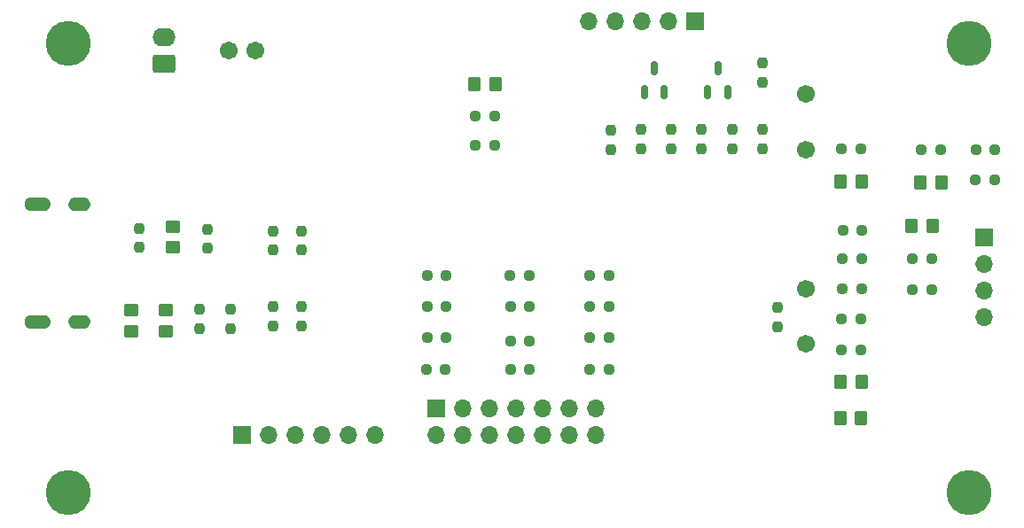
<source format=gbr>
%TF.GenerationSoftware,KiCad,Pcbnew,8.0.4*%
%TF.CreationDate,2024-10-15T03:37:40-05:00*%
%TF.ProjectId,FPP_10_8,4650505f-3130-45f3-982e-6b696361645f,rev?*%
%TF.SameCoordinates,Original*%
%TF.FileFunction,Soldermask,Bot*%
%TF.FilePolarity,Negative*%
%FSLAX46Y46*%
G04 Gerber Fmt 4.6, Leading zero omitted, Abs format (unit mm)*
G04 Created by KiCad (PCBNEW 8.0.4) date 2024-10-15 03:37:40*
%MOMM*%
%LPD*%
G01*
G04 APERTURE LIST*
G04 Aperture macros list*
%AMRoundRect*
0 Rectangle with rounded corners*
0 $1 Rounding radius*
0 $2 $3 $4 $5 $6 $7 $8 $9 X,Y pos of 4 corners*
0 Add a 4 corners polygon primitive as box body*
4,1,4,$2,$3,$4,$5,$6,$7,$8,$9,$2,$3,0*
0 Add four circle primitives for the rounded corners*
1,1,$1+$1,$2,$3*
1,1,$1+$1,$4,$5*
1,1,$1+$1,$6,$7*
1,1,$1+$1,$8,$9*
0 Add four rect primitives between the rounded corners*
20,1,$1+$1,$2,$3,$4,$5,0*
20,1,$1+$1,$4,$5,$6,$7,0*
20,1,$1+$1,$6,$7,$8,$9,0*
20,1,$1+$1,$8,$9,$2,$3,0*%
G04 Aperture macros list end*
%ADD10C,0.010000*%
%ADD11C,1.701800*%
%ADD12C,4.300000*%
%ADD13RoundRect,0.237500X-0.237500X0.250000X-0.237500X-0.250000X0.237500X-0.250000X0.237500X0.250000X0*%
%ADD14RoundRect,0.237500X0.237500X-0.250000X0.237500X0.250000X-0.237500X0.250000X-0.237500X-0.250000X0*%
%ADD15RoundRect,0.237500X-0.250000X-0.237500X0.250000X-0.237500X0.250000X0.237500X-0.250000X0.237500X0*%
%ADD16RoundRect,0.150000X0.150000X-0.512500X0.150000X0.512500X-0.150000X0.512500X-0.150000X-0.512500X0*%
%ADD17R,1.700000X1.700000*%
%ADD18O,1.700000X1.700000*%
%ADD19RoundRect,0.237500X0.250000X0.237500X-0.250000X0.237500X-0.250000X-0.237500X0.250000X-0.237500X0*%
%ADD20RoundRect,0.250000X0.350000X0.450000X-0.350000X0.450000X-0.350000X-0.450000X0.350000X-0.450000X0*%
%ADD21O,2.190000X1.740000*%
%ADD22RoundRect,0.250000X0.845000X-0.620000X0.845000X0.620000X-0.845000X0.620000X-0.845000X-0.620000X0*%
%ADD23C,1.712000*%
%ADD24RoundRect,0.250000X0.450000X-0.350000X0.450000X0.350000X-0.450000X0.350000X-0.450000X-0.350000X0*%
%ADD25RoundRect,0.250000X-0.350000X-0.450000X0.350000X-0.450000X0.350000X0.450000X-0.350000X0.450000X0*%
%ADD26RoundRect,0.250000X-0.450000X0.350000X-0.450000X-0.350000X0.450000X-0.350000X0.450000X0.350000X0*%
G04 APERTURE END LIST*
D10*
%TO.C,J2*%
X110245500Y-86183000D02*
X110307500Y-86193000D01*
X110367500Y-86209000D01*
X110426500Y-86232000D01*
X110482500Y-86260000D01*
X110535500Y-86295000D01*
X110583500Y-86334000D01*
X110628500Y-86379000D01*
X110667500Y-86427000D01*
X110702500Y-86480000D01*
X110730500Y-86536000D01*
X110753500Y-86595000D01*
X110769500Y-86655000D01*
X110779500Y-86717000D01*
X110782500Y-86780000D01*
X110779500Y-86843000D01*
X110769500Y-86905000D01*
X110753500Y-86965000D01*
X110730500Y-87024000D01*
X110702500Y-87080000D01*
X110667500Y-87133000D01*
X110628500Y-87181000D01*
X110583500Y-87226000D01*
X110535500Y-87265000D01*
X110482500Y-87300000D01*
X110426500Y-87328000D01*
X110367500Y-87351000D01*
X110307500Y-87367000D01*
X110245500Y-87377000D01*
X110182500Y-87380000D01*
X109382500Y-87380000D01*
X109319500Y-87377000D01*
X109257500Y-87367000D01*
X109197500Y-87351000D01*
X109138500Y-87328000D01*
X109082500Y-87300000D01*
X109029500Y-87265000D01*
X108981500Y-87226000D01*
X108936500Y-87181000D01*
X108897500Y-87133000D01*
X108862500Y-87080000D01*
X108834500Y-87024000D01*
X108811500Y-86965000D01*
X108795500Y-86905000D01*
X108785500Y-86843000D01*
X108782500Y-86780000D01*
X108785500Y-86717000D01*
X108795500Y-86655000D01*
X108811500Y-86595000D01*
X108834500Y-86536000D01*
X108862500Y-86480000D01*
X108897500Y-86427000D01*
X108936500Y-86379000D01*
X108981500Y-86334000D01*
X109029500Y-86295000D01*
X109082500Y-86260000D01*
X109138500Y-86232000D01*
X109197500Y-86209000D01*
X109257500Y-86193000D01*
X109319500Y-86183000D01*
X109382500Y-86180000D01*
X110182500Y-86180000D01*
X110245500Y-86183000D01*
G36*
X110245500Y-86183000D02*
G01*
X110307500Y-86193000D01*
X110367500Y-86209000D01*
X110426500Y-86232000D01*
X110482500Y-86260000D01*
X110535500Y-86295000D01*
X110583500Y-86334000D01*
X110628500Y-86379000D01*
X110667500Y-86427000D01*
X110702500Y-86480000D01*
X110730500Y-86536000D01*
X110753500Y-86595000D01*
X110769500Y-86655000D01*
X110779500Y-86717000D01*
X110782500Y-86780000D01*
X110779500Y-86843000D01*
X110769500Y-86905000D01*
X110753500Y-86965000D01*
X110730500Y-87024000D01*
X110702500Y-87080000D01*
X110667500Y-87133000D01*
X110628500Y-87181000D01*
X110583500Y-87226000D01*
X110535500Y-87265000D01*
X110482500Y-87300000D01*
X110426500Y-87328000D01*
X110367500Y-87351000D01*
X110307500Y-87367000D01*
X110245500Y-87377000D01*
X110182500Y-87380000D01*
X109382500Y-87380000D01*
X109319500Y-87377000D01*
X109257500Y-87367000D01*
X109197500Y-87351000D01*
X109138500Y-87328000D01*
X109082500Y-87300000D01*
X109029500Y-87265000D01*
X108981500Y-87226000D01*
X108936500Y-87181000D01*
X108897500Y-87133000D01*
X108862500Y-87080000D01*
X108834500Y-87024000D01*
X108811500Y-86965000D01*
X108795500Y-86905000D01*
X108785500Y-86843000D01*
X108782500Y-86780000D01*
X108785500Y-86717000D01*
X108795500Y-86655000D01*
X108811500Y-86595000D01*
X108834500Y-86536000D01*
X108862500Y-86480000D01*
X108897500Y-86427000D01*
X108936500Y-86379000D01*
X108981500Y-86334000D01*
X109029500Y-86295000D01*
X109082500Y-86260000D01*
X109138500Y-86232000D01*
X109197500Y-86209000D01*
X109257500Y-86193000D01*
X109319500Y-86183000D01*
X109382500Y-86180000D01*
X110182500Y-86180000D01*
X110245500Y-86183000D01*
G37*
X106445500Y-86183000D02*
X106507500Y-86193000D01*
X106567500Y-86209000D01*
X106626500Y-86232000D01*
X106682500Y-86260000D01*
X106735500Y-86295000D01*
X106783500Y-86334000D01*
X106828500Y-86379000D01*
X106867500Y-86427000D01*
X106902500Y-86480000D01*
X106930500Y-86536000D01*
X106953500Y-86595000D01*
X106969500Y-86655000D01*
X106979500Y-86717000D01*
X106982500Y-86780000D01*
X106979500Y-86843000D01*
X106969500Y-86905000D01*
X106953500Y-86965000D01*
X106930500Y-87024000D01*
X106902500Y-87080000D01*
X106867500Y-87133000D01*
X106828500Y-87181000D01*
X106783500Y-87226000D01*
X106735500Y-87265000D01*
X106682500Y-87300000D01*
X106626500Y-87328000D01*
X106567500Y-87351000D01*
X106507500Y-87367000D01*
X106445500Y-87377000D01*
X106382500Y-87380000D01*
X105182500Y-87380000D01*
X105119500Y-87377000D01*
X105057500Y-87367000D01*
X104997500Y-87351000D01*
X104938500Y-87328000D01*
X104882500Y-87300000D01*
X104829500Y-87265000D01*
X104781500Y-87226000D01*
X104736500Y-87181000D01*
X104697500Y-87133000D01*
X104662500Y-87080000D01*
X104634500Y-87024000D01*
X104611500Y-86965000D01*
X104595500Y-86905000D01*
X104585500Y-86843000D01*
X104582500Y-86780000D01*
X104585500Y-86717000D01*
X104595500Y-86655000D01*
X104611500Y-86595000D01*
X104634500Y-86536000D01*
X104662500Y-86480000D01*
X104697500Y-86427000D01*
X104736500Y-86379000D01*
X104781500Y-86334000D01*
X104829500Y-86295000D01*
X104882500Y-86260000D01*
X104938500Y-86232000D01*
X104997500Y-86209000D01*
X105057500Y-86193000D01*
X105119500Y-86183000D01*
X105182500Y-86180000D01*
X106382500Y-86180000D01*
X106445500Y-86183000D01*
G36*
X106445500Y-86183000D02*
G01*
X106507500Y-86193000D01*
X106567500Y-86209000D01*
X106626500Y-86232000D01*
X106682500Y-86260000D01*
X106735500Y-86295000D01*
X106783500Y-86334000D01*
X106828500Y-86379000D01*
X106867500Y-86427000D01*
X106902500Y-86480000D01*
X106930500Y-86536000D01*
X106953500Y-86595000D01*
X106969500Y-86655000D01*
X106979500Y-86717000D01*
X106982500Y-86780000D01*
X106979500Y-86843000D01*
X106969500Y-86905000D01*
X106953500Y-86965000D01*
X106930500Y-87024000D01*
X106902500Y-87080000D01*
X106867500Y-87133000D01*
X106828500Y-87181000D01*
X106783500Y-87226000D01*
X106735500Y-87265000D01*
X106682500Y-87300000D01*
X106626500Y-87328000D01*
X106567500Y-87351000D01*
X106507500Y-87367000D01*
X106445500Y-87377000D01*
X106382500Y-87380000D01*
X105182500Y-87380000D01*
X105119500Y-87377000D01*
X105057500Y-87367000D01*
X104997500Y-87351000D01*
X104938500Y-87328000D01*
X104882500Y-87300000D01*
X104829500Y-87265000D01*
X104781500Y-87226000D01*
X104736500Y-87181000D01*
X104697500Y-87133000D01*
X104662500Y-87080000D01*
X104634500Y-87024000D01*
X104611500Y-86965000D01*
X104595500Y-86905000D01*
X104585500Y-86843000D01*
X104582500Y-86780000D01*
X104585500Y-86717000D01*
X104595500Y-86655000D01*
X104611500Y-86595000D01*
X104634500Y-86536000D01*
X104662500Y-86480000D01*
X104697500Y-86427000D01*
X104736500Y-86379000D01*
X104781500Y-86334000D01*
X104829500Y-86295000D01*
X104882500Y-86260000D01*
X104938500Y-86232000D01*
X104997500Y-86209000D01*
X105057500Y-86193000D01*
X105119500Y-86183000D01*
X105182500Y-86180000D01*
X106382500Y-86180000D01*
X106445500Y-86183000D01*
G37*
X110245500Y-97423000D02*
X110307500Y-97433000D01*
X110367500Y-97449000D01*
X110426500Y-97472000D01*
X110482500Y-97500000D01*
X110535500Y-97535000D01*
X110583500Y-97574000D01*
X110628500Y-97619000D01*
X110667500Y-97667000D01*
X110702500Y-97720000D01*
X110730500Y-97776000D01*
X110753500Y-97835000D01*
X110769500Y-97895000D01*
X110779500Y-97957000D01*
X110782500Y-98020000D01*
X110779500Y-98083000D01*
X110769500Y-98145000D01*
X110753500Y-98205000D01*
X110730500Y-98264000D01*
X110702500Y-98320000D01*
X110667500Y-98373000D01*
X110628500Y-98421000D01*
X110583500Y-98466000D01*
X110535500Y-98505000D01*
X110482500Y-98540000D01*
X110426500Y-98568000D01*
X110367500Y-98591000D01*
X110307500Y-98607000D01*
X110245500Y-98617000D01*
X110182500Y-98620000D01*
X109382500Y-98620000D01*
X109319500Y-98617000D01*
X109257500Y-98607000D01*
X109197500Y-98591000D01*
X109138500Y-98568000D01*
X109082500Y-98540000D01*
X109029500Y-98505000D01*
X108981500Y-98466000D01*
X108936500Y-98421000D01*
X108897500Y-98373000D01*
X108862500Y-98320000D01*
X108834500Y-98264000D01*
X108811500Y-98205000D01*
X108795500Y-98145000D01*
X108785500Y-98083000D01*
X108782500Y-98020000D01*
X108785500Y-97957000D01*
X108795500Y-97895000D01*
X108811500Y-97835000D01*
X108834500Y-97776000D01*
X108862500Y-97720000D01*
X108897500Y-97667000D01*
X108936500Y-97619000D01*
X108981500Y-97574000D01*
X109029500Y-97535000D01*
X109082500Y-97500000D01*
X109138500Y-97472000D01*
X109197500Y-97449000D01*
X109257500Y-97433000D01*
X109319500Y-97423000D01*
X109382500Y-97420000D01*
X110182500Y-97420000D01*
X110245500Y-97423000D01*
G36*
X110245500Y-97423000D02*
G01*
X110307500Y-97433000D01*
X110367500Y-97449000D01*
X110426500Y-97472000D01*
X110482500Y-97500000D01*
X110535500Y-97535000D01*
X110583500Y-97574000D01*
X110628500Y-97619000D01*
X110667500Y-97667000D01*
X110702500Y-97720000D01*
X110730500Y-97776000D01*
X110753500Y-97835000D01*
X110769500Y-97895000D01*
X110779500Y-97957000D01*
X110782500Y-98020000D01*
X110779500Y-98083000D01*
X110769500Y-98145000D01*
X110753500Y-98205000D01*
X110730500Y-98264000D01*
X110702500Y-98320000D01*
X110667500Y-98373000D01*
X110628500Y-98421000D01*
X110583500Y-98466000D01*
X110535500Y-98505000D01*
X110482500Y-98540000D01*
X110426500Y-98568000D01*
X110367500Y-98591000D01*
X110307500Y-98607000D01*
X110245500Y-98617000D01*
X110182500Y-98620000D01*
X109382500Y-98620000D01*
X109319500Y-98617000D01*
X109257500Y-98607000D01*
X109197500Y-98591000D01*
X109138500Y-98568000D01*
X109082500Y-98540000D01*
X109029500Y-98505000D01*
X108981500Y-98466000D01*
X108936500Y-98421000D01*
X108897500Y-98373000D01*
X108862500Y-98320000D01*
X108834500Y-98264000D01*
X108811500Y-98205000D01*
X108795500Y-98145000D01*
X108785500Y-98083000D01*
X108782500Y-98020000D01*
X108785500Y-97957000D01*
X108795500Y-97895000D01*
X108811500Y-97835000D01*
X108834500Y-97776000D01*
X108862500Y-97720000D01*
X108897500Y-97667000D01*
X108936500Y-97619000D01*
X108981500Y-97574000D01*
X109029500Y-97535000D01*
X109082500Y-97500000D01*
X109138500Y-97472000D01*
X109197500Y-97449000D01*
X109257500Y-97433000D01*
X109319500Y-97423000D01*
X109382500Y-97420000D01*
X110182500Y-97420000D01*
X110245500Y-97423000D01*
G37*
X106445500Y-97423000D02*
X106507500Y-97433000D01*
X106567500Y-97449000D01*
X106626500Y-97472000D01*
X106682500Y-97500000D01*
X106735500Y-97535000D01*
X106783500Y-97574000D01*
X106828500Y-97619000D01*
X106867500Y-97667000D01*
X106902500Y-97720000D01*
X106930500Y-97776000D01*
X106953500Y-97835000D01*
X106969500Y-97895000D01*
X106979500Y-97957000D01*
X106982500Y-98020000D01*
X106979500Y-98083000D01*
X106969500Y-98145000D01*
X106953500Y-98205000D01*
X106930500Y-98264000D01*
X106902500Y-98320000D01*
X106867500Y-98373000D01*
X106828500Y-98421000D01*
X106783500Y-98466000D01*
X106735500Y-98505000D01*
X106682500Y-98540000D01*
X106626500Y-98568000D01*
X106567500Y-98591000D01*
X106507500Y-98607000D01*
X106445500Y-98617000D01*
X106382500Y-98620000D01*
X105182500Y-98620000D01*
X105119500Y-98617000D01*
X105057500Y-98607000D01*
X104997500Y-98591000D01*
X104938500Y-98568000D01*
X104882500Y-98540000D01*
X104829500Y-98505000D01*
X104781500Y-98466000D01*
X104736500Y-98421000D01*
X104697500Y-98373000D01*
X104662500Y-98320000D01*
X104634500Y-98264000D01*
X104611500Y-98205000D01*
X104595500Y-98145000D01*
X104585500Y-98083000D01*
X104582500Y-98020000D01*
X104585500Y-97957000D01*
X104595500Y-97895000D01*
X104611500Y-97835000D01*
X104634500Y-97776000D01*
X104662500Y-97720000D01*
X104697500Y-97667000D01*
X104736500Y-97619000D01*
X104781500Y-97574000D01*
X104829500Y-97535000D01*
X104882500Y-97500000D01*
X104938500Y-97472000D01*
X104997500Y-97449000D01*
X105057500Y-97433000D01*
X105119500Y-97423000D01*
X105182500Y-97420000D01*
X106382500Y-97420000D01*
X106445500Y-97423000D01*
G36*
X106445500Y-97423000D02*
G01*
X106507500Y-97433000D01*
X106567500Y-97449000D01*
X106626500Y-97472000D01*
X106682500Y-97500000D01*
X106735500Y-97535000D01*
X106783500Y-97574000D01*
X106828500Y-97619000D01*
X106867500Y-97667000D01*
X106902500Y-97720000D01*
X106930500Y-97776000D01*
X106953500Y-97835000D01*
X106969500Y-97895000D01*
X106979500Y-97957000D01*
X106982500Y-98020000D01*
X106979500Y-98083000D01*
X106969500Y-98145000D01*
X106953500Y-98205000D01*
X106930500Y-98264000D01*
X106902500Y-98320000D01*
X106867500Y-98373000D01*
X106828500Y-98421000D01*
X106783500Y-98466000D01*
X106735500Y-98505000D01*
X106682500Y-98540000D01*
X106626500Y-98568000D01*
X106567500Y-98591000D01*
X106507500Y-98607000D01*
X106445500Y-98617000D01*
X106382500Y-98620000D01*
X105182500Y-98620000D01*
X105119500Y-98617000D01*
X105057500Y-98607000D01*
X104997500Y-98591000D01*
X104938500Y-98568000D01*
X104882500Y-98540000D01*
X104829500Y-98505000D01*
X104781500Y-98466000D01*
X104736500Y-98421000D01*
X104697500Y-98373000D01*
X104662500Y-98320000D01*
X104634500Y-98264000D01*
X104611500Y-98205000D01*
X104595500Y-98145000D01*
X104585500Y-98083000D01*
X104582500Y-98020000D01*
X104585500Y-97957000D01*
X104595500Y-97895000D01*
X104611500Y-97835000D01*
X104634500Y-97776000D01*
X104662500Y-97720000D01*
X104697500Y-97667000D01*
X104736500Y-97619000D01*
X104781500Y-97574000D01*
X104829500Y-97535000D01*
X104882500Y-97500000D01*
X104938500Y-97472000D01*
X104997500Y-97449000D01*
X105057500Y-97433000D01*
X105119500Y-97423000D01*
X105182500Y-97420000D01*
X106382500Y-97420000D01*
X106445500Y-97423000D01*
G37*
%TD*%
D11*
%TO.C,SW2*%
X179200000Y-76300000D03*
X179200000Y-81600000D03*
%TD*%
%TO.C,SW3*%
X179200000Y-94850000D03*
X179200000Y-100150000D03*
%TD*%
D12*
%TO.C,H4*%
X108750000Y-71400000D03*
%TD*%
%TO.C,H3*%
X194750000Y-114400000D03*
%TD*%
%TO.C,H2*%
X194750000Y-71400000D03*
%TD*%
%TO.C,H1*%
X108750000Y-114400000D03*
%TD*%
D13*
%TO.C,R31*%
X172150000Y-79687500D03*
X172150000Y-81512500D03*
%TD*%
%TO.C,R30*%
X163500000Y-79687500D03*
X163500000Y-81512500D03*
%TD*%
D14*
%TO.C,R29*%
X169250000Y-81512500D03*
X169250000Y-79687500D03*
%TD*%
D13*
%TO.C,R28*%
X166350000Y-79687500D03*
X166350000Y-81512500D03*
%TD*%
D15*
%TO.C,R26*%
X147625000Y-81150000D03*
X149450000Y-81150000D03*
%TD*%
D14*
%TO.C,R25*%
X160600000Y-81562500D03*
X160600000Y-79737500D03*
%TD*%
%TO.C,R24*%
X175050000Y-81512500D03*
X175050000Y-79687500D03*
%TD*%
D16*
%TO.C,Q2*%
X171750000Y-76075000D03*
X169850000Y-76075000D03*
X170800000Y-73800000D03*
%TD*%
%TO.C,Q1*%
X165662500Y-76075000D03*
X163762500Y-76075000D03*
X164712500Y-73800000D03*
%TD*%
D17*
%TO.C,J4*%
X168590000Y-69350000D03*
D18*
X166050000Y-69350000D03*
X163510000Y-69350000D03*
X160970000Y-69350000D03*
X158430000Y-69350000D03*
%TD*%
D19*
%TO.C,C23*%
X149462500Y-78400000D03*
X147637500Y-78400000D03*
%TD*%
D20*
%TO.C,C22*%
X149550000Y-75300000D03*
X147550000Y-75300000D03*
%TD*%
D14*
%TO.C,1u2*%
X176500000Y-98500000D03*
X176500000Y-96675000D03*
%TD*%
%TO.C,1u1*%
X175100000Y-73300000D03*
X175100000Y-75125000D03*
%TD*%
D21*
%TO.C,PowerSwitch1*%
X117900000Y-70860000D03*
D22*
X117900000Y-73400000D03*
%TD*%
D17*
%TO.C,Connector_LCD1*%
X125400000Y-108870000D03*
D18*
X127940000Y-108870000D03*
X130480000Y-108870000D03*
X133020000Y-108870000D03*
X135560000Y-108870000D03*
X138100000Y-108870000D03*
%TD*%
%TO.C,FPP_connection1*%
X196260500Y-97564002D03*
X196260500Y-95024002D03*
X196260500Y-92484002D03*
D17*
X196260500Y-89944002D03*
%TD*%
%TO.C,J3*%
X143890000Y-106330000D03*
D18*
X143890000Y-108870000D03*
X146430000Y-106330000D03*
X146430000Y-108870000D03*
X148970000Y-106330000D03*
X148970000Y-108870000D03*
X151510000Y-106330000D03*
X151510000Y-108870000D03*
X154050000Y-106330000D03*
X154050000Y-108870000D03*
X156590000Y-106330000D03*
X156590000Y-108870000D03*
X159130000Y-106330000D03*
X159130000Y-108870000D03*
%TD*%
D23*
%TO.C,D2*%
X126670000Y-72150000D03*
X124130000Y-72150000D03*
%TD*%
D13*
%TO.C,C14*%
X128290000Y-96625000D03*
X128290000Y-98450000D03*
%TD*%
D15*
%TO.C,C20*%
X192080000Y-81630002D03*
X190255000Y-81630002D03*
%TD*%
D19*
%TO.C,R3*%
X144877000Y-96589000D03*
X143052000Y-96589000D03*
%TD*%
%TO.C,R10*%
X152800000Y-102620000D03*
X150975000Y-102620000D03*
%TD*%
%TO.C,R19*%
X160377000Y-99589000D03*
X158552000Y-99589000D03*
%TD*%
D24*
%TO.C,R7*%
X118790000Y-90950000D03*
X118790000Y-88950000D03*
%TD*%
D19*
%TO.C,R12*%
X152800000Y-96620000D03*
X150975000Y-96620000D03*
%TD*%
D24*
%TO.C,C16*%
X114790000Y-98950000D03*
X114790000Y-96950000D03*
%TD*%
D15*
%TO.C,Rout1*%
X184456000Y-97763002D03*
X182631000Y-97763002D03*
%TD*%
D19*
%TO.C,Rin1*%
X182748000Y-89294002D03*
X184573000Y-89294002D03*
%TD*%
D15*
%TO.C,Rset1*%
X184456000Y-100713002D03*
X182631000Y-100713002D03*
%TD*%
D19*
%TO.C,R22*%
X197260500Y-81594002D03*
X195435500Y-81594002D03*
%TD*%
D20*
%TO.C,C19*%
X182510500Y-84674002D03*
X184510500Y-84674002D03*
%TD*%
D19*
%TO.C,R11*%
X152800000Y-99870000D03*
X150975000Y-99870000D03*
%TD*%
D15*
%TO.C,R16*%
X158550000Y-93620000D03*
X160375000Y-93620000D03*
%TD*%
D14*
%TO.C,C17*%
X131040000Y-91200000D03*
X131040000Y-89375000D03*
%TD*%
D15*
%TO.C,R23*%
X195385500Y-84494002D03*
X197210500Y-84494002D03*
%TD*%
D14*
%TO.C,C5*%
X122040000Y-91025000D03*
X122040000Y-89200000D03*
%TD*%
D15*
%TO.C,R9*%
X150953500Y-93589000D03*
X152778500Y-93589000D03*
%TD*%
D14*
%TO.C,TR3*%
X131040000Y-98450000D03*
X131040000Y-96625000D03*
%TD*%
D25*
%TO.C,C21*%
X192160500Y-84774002D03*
X190160500Y-84774002D03*
%TD*%
D19*
%TO.C,C18*%
X182628500Y-81544002D03*
X184453500Y-81544002D03*
%TD*%
D25*
%TO.C,Ccomp1*%
X184493500Y-107213002D03*
X182493500Y-107213002D03*
%TD*%
D15*
%TO.C,R1*%
X142964500Y-102589000D03*
X144789500Y-102589000D03*
%TD*%
D13*
%TO.C,R20*%
X121290000Y-96875000D03*
X121290000Y-98700000D03*
%TD*%
D19*
%TO.C,R17*%
X160377000Y-96589000D03*
X158552000Y-96589000D03*
%TD*%
%TO.C,Ro1*%
X189398000Y-92044002D03*
X191223000Y-92044002D03*
%TD*%
D14*
%TO.C,R21*%
X128290000Y-91200000D03*
X128290000Y-89375000D03*
%TD*%
D15*
%TO.C,R4*%
X143052000Y-93589000D03*
X144877000Y-93589000D03*
%TD*%
D25*
%TO.C,Cset1*%
X184543500Y-103763002D03*
X182543500Y-103763002D03*
%TD*%
D19*
%TO.C,Cin1*%
X189398000Y-94944002D03*
X191223000Y-94944002D03*
%TD*%
D14*
%TO.C,C15*%
X124290000Y-98700000D03*
X124290000Y-96875000D03*
%TD*%
D25*
%TO.C,Rloop1*%
X191310500Y-88894002D03*
X189310500Y-88894002D03*
%TD*%
D14*
%TO.C,TR1*%
X115540000Y-90950000D03*
X115540000Y-89125000D03*
%TD*%
D19*
%TO.C,Rin2*%
X182723000Y-94894002D03*
X184548000Y-94894002D03*
%TD*%
D26*
%TO.C,L1*%
X118040000Y-96950000D03*
X118040000Y-98950000D03*
%TD*%
D19*
%TO.C,R18*%
X160377000Y-102589000D03*
X158552000Y-102589000D03*
%TD*%
D15*
%TO.C,R2*%
X143052000Y-99589000D03*
X144877000Y-99589000D03*
%TD*%
%TO.C,Cin2*%
X184548000Y-91994002D03*
X182723000Y-91994002D03*
%TD*%
M02*

</source>
